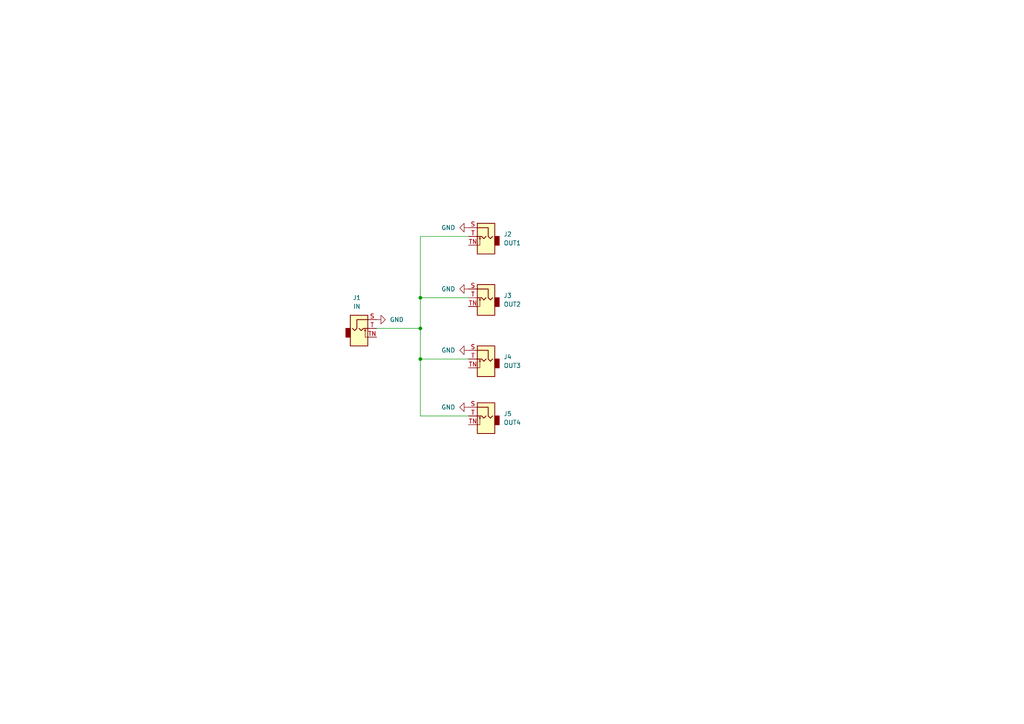
<source format=kicad_sch>
(kicad_sch (version 20211123) (generator eeschema)
  (paper "A4")
  (lib_symbols
    (symbol "Connector:AudioJack2_SwitchT"
      (property "Reference" "J" (at 0 8.89 0))
      (property "Value" "AudioJack2_SwitchT" (at 0 6.35 0))
      (symbol "AudioJack2_SwitchT_0_1"
        (rectangle (start -2.54 0) (end -3.81 -2.54) (stroke (width 0.254)) (fill (type outline)))
        (polyline (pts (xy 1.778 -0.254) (xy 2.032 -0.762)))
        (polyline (pts (xy 0 0) (xy 0.635 -0.635) (xy 1.27 0) (xy 2.54 0)) (stroke (width 0.254)))
        (polyline (pts (xy 2.54 -2.54) (xy 1.778 -2.54) (xy 1.778 -0.254) (xy 1.524 -0.762)))
        (polyline (pts (xy 2.54 2.54) (xy -0.635 2.54) (xy -0.635 0) (xy -1.27 -0.635) (xy -1.905 0)) (stroke (width 0.254)))
        (rectangle (start 2.54 3.81) (end -2.54 -5.08) (stroke (width 0.254)) (fill (type background)))
      )
      (symbol "AudioJack2_SwitchT_1_1"
        (pin passive line (at 5.08 2.54 180) (length 2.54) (name "~") (number "S"))
        (pin passive line (at 5.08 0 180) (length 2.54) (name "~") (number "T"))
        (pin passive line (at 5.08 -2.54 180) (length 2.54) (name "~") (number "TN"))
      )
    )
    (symbol "power:GND" (power) (pin_names (offset 0))
      (property "Value" "GND" (at 0 -3.81 0))
      (symbol "GND_0_1"
        (polyline (pts (xy 0 0) (xy 0 -1.27) (xy 1.27 -1.27) (xy 0 -2.54) (xy -1.27 -1.27) (xy 0 -1.27)))
      )
      (symbol "GND_1_1"
        (pin power_in line (at 0 0 270) (length 0) hide (name "GND") (number "1"))
      )
    )
  )
  (junction (at 121.92 95.25))
  (junction (at 121.92 86.36))
  (junction (at 121.92 104.14))
  (wire (pts (xy 135.89 68.58) (xy 121.92 68.58)))
  (wire (pts (xy 121.92 104.14) (xy 121.92 120.65)))
  (wire (pts (xy 121.92 95.25) (xy 121.92 104.14)))
  (wire (pts (xy 121.92 86.36) (xy 121.92 95.25)))
  (wire (pts (xy 121.92 68.58) (xy 121.92 86.36)))
  (wire (pts (xy 109.22 95.25) (xy 121.92 95.25)))
  (wire (pts (xy 121.92 104.14) (xy 135.89 104.14)))
  (wire (pts (xy 121.92 86.36) (xy 135.89 86.36)))
  (wire (pts (xy 121.92 120.65) (xy 135.89 120.65)))
  (symbol (lib_id "Connector:AudioJack2_SwitchT") (at 140.97 104.14 0) (mirror y) (unit 1)
    (property "Reference" "J4" (at 146.05 103.5049 0) (effects (justify right)))
    (property "Value" "OUT3" (at 146.05 106.0449 0) (effects (justify right)))
    (property "Footprint" "pj398m:Jack_3.5mm_QingPu_WQP-PJ398SM_Vertical" (effects hide))
  )
  (symbol (lib_id "Connector:AudioJack2_SwitchT") (at 140.97 120.65 0) (mirror y) (unit 1)
    (property "Reference" "J5" (at 146.05 120.0149 0) (effects (justify right)))
    (property "Value" "OUT4" (at 146.05 122.5549 0) (effects (justify right)))
    (property "Footprint" "pj398m:Jack_3.5mm_QingPu_WQP-PJ398SM_Vertical" (effects hide))
  )
  (symbol (lib_id "Connector:AudioJack2_SwitchT") (at 140.97 68.58 0) (mirror y) (unit 1)
    (property "Reference" "J2" (at 146.05 67.9449 0) (effects (justify right)))
    (property "Value" "OUT1" (at 146.05 70.4849 0) (effects (justify right)))
    (property "Footprint" "pj398m:Jack_3.5mm_QingPu_WQP-PJ398SM_Vertical" (effects hide))
  )
  (symbol (lib_id "power:GND") (at 135.89 101.6 270) (unit 1)
    (property "Reference" "#PWR0104" (effects hide))
    (property "Value" "GND" (at 132.08 101.5999 90) (effects (justify right)))
  )
  (symbol (lib_id "power:GND") (at 109.22 92.71 90) (unit 1)
    (property "Reference" "#PWR0102" (effects hide))
    (property "Value" "GND" (at 113.03 92.7099 90) (effects (justify right)))
  )
  (symbol (lib_id "power:GND") (at 135.89 66.04 270) (unit 1)
    (property "Reference" "#PWR0101" (effects hide))
    (property "Value" "GND" (at 132.08 66.0399 90) (effects (justify right)))
  )
  (symbol (lib_id "power:GND") (at 135.89 118.11 270) (unit 1)
    (property "Reference" "#PWR0105" (effects hide))
    (property "Value" "GND" (at 132.08 118.1099 90) (effects (justify right)))
  )
  (symbol (lib_id "Connector:AudioJack2_SwitchT") (at 104.14 95.25 0) (unit 1)
    (property "Reference" "J1" (at 103.505 86.36 0))
    (property "Value" "IN" (at 103.505 88.9 0))
    (property "Footprint" "pj398m:Jack_3.5mm_QingPu_WQP-PJ398SM_Vertical" (effects hide))
  )
  (symbol (lib_id "power:GND") (at 135.89 83.82 270) (unit 1)
    (property "Reference" "#PWR0103" (effects hide))
    (property "Value" "GND" (at 132.08 83.8199 90) (effects (justify right)))
  )
  (symbol (lib_id "Connector:AudioJack2_SwitchT") (at 140.97 86.36 0) (mirror y) (unit 1)
    (property "Reference" "J3" (at 146.05 85.7249 0) (effects (justify right)))
    (property "Value" "OUT2" (at 146.05 88.2649 0) (effects (justify right)))
    (property "Footprint" "pj398m:Jack_3.5mm_QingPu_WQP-PJ398SM_Vertical" (effects hide))
  )
)
</source>
